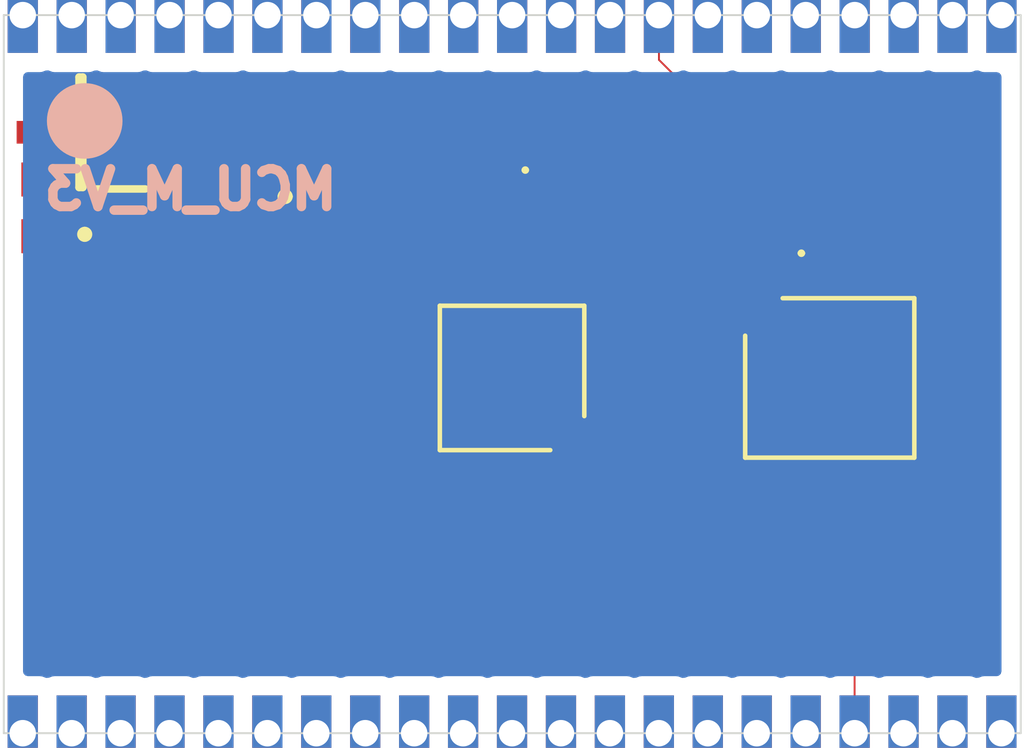
<source format=kicad_pcb>
(kicad_pcb (version 20211014) (generator pcbnew)
  (layers (0 "F.Cu" signal) (1 "In1.Cu" signal) (2 "In2.Cu" signal) (31 "B.Cu" signal) (34 "B.Paste" user) (35 "F.Paste" user) (36 "B.SilkS" user "B.Silkscreen") (37 "F.SilkS" user "F.Silkscreen") (38 "B.Mask" user) (39 "F.Mask" user) (44 "Edge.Cuts" user))
  (net 0 "")
  (net 1 "/+5")
  (net 2 "/+3.3")
  (net 3 "/M2_D6")
  (net 4 "/M2_D7")
  (net 5 "/M2_D8")
  (net 6 "/M2_D9")
  (net 7 "/M2_D10")
  (net 8 "/GND")
  (net 9 "/M4_D3")
  (net 10 "/M4_D4")
  (net 11 "/M4_D1")
  (net 12 "/M4_D2")
  (net 13 "/M1_D7")
  (net 14 "/M3_D1")
  (net 16 "/M3_D2")
  (net 17 "/M4_D6")
  (net 18 "/M1_D5")
  (net 19 "/M1_D6")
  (net 20 "/M1_D2")
  (net 21 "/M1_D1")
  (net 22 "/M1_D4")
  (net 23 "/M1_D3")
  (net 24 "/M4_D7")
  (net 25 "/M3_D7")
  (net 26 "/B1")
  (net 27 "/B2")
  (net 28 "/B3")
  (net 29 "/B5")
  (net 30 "/B4")
  (net 31 "/M2_D5")
  (net 32 "/M2_D4")
  (net 33 "/M2_D3")
  (net 34 "/M2_D2")
  (net 35 "/M2_D1")
  (net 36 "/P0_D1")
  (net 37 "/P0_D2")
  (net 38 "/P0_D3")
  (net 42 "Net-(C1-Pad1)")
  (net 44 "Net-(U1-PadB1)")
  (net 45 "Net-(U1-PadF4)")
  (net 46 "unconnected-(U1-PadB3)")
  (net 61 "/M4_D5")
  (net 71 "/VBAT")
  (net 84 "Net-(U2-PadB2)")
  (net 98 "Net-(U1-PadB10)")
  (net 99 "Net-(U1-PadB9)")
  (net 100 "Net-(U1-PadF9)")
  (net 101 "Net-(U1-PadF10)")
  (net 103 "/MCU_BOOT0")
  (net 104 "/MCU_RESET")
  (net 106 "/ULPI_D7")
  (net 107 "/ULPI_DIR")
  (net 108 "/ULPI_XI")
  (net 109 "/ULPI_NXT")
  (net 110 "/ULPI_STP")
  (net 111 "/ULPI_D1")
  (net 112 "/ULPI_CLK")
  (net 113 "/ULPI_D3")
  (net 114 "/ULPI_D2")
  (net 115 "/ULPI_D0")
  (net 116 "/ULPI_D6")
  (net 117 "/ULPI_D5")
  (net 118 "/ULPI_D4")
  (net 119 "/SW_CLK")
  (net 120 "/SW_IO")
  (footprint "SamacSys_Parts:CAPC1005X55N" (layer "F.Cu") (at 195.9 99.7)
    (fp_text reference "C102" hide)
    (fp_text value "GMD155R71C104KA11D" hide)
    (pad "1" smd rect (at -0.46 0 90) (size 0.62 0.62) (layers "F.Cu" "F.Paste" "F.Mask") (net 8 "/GND"))
    (pad "2" smd rect (at 0.46 0 90) (size 0.62 0.62) (layers "F.Cu" "F.Paste" "F.Mask") (net 2 "/+3.3"))
  )
  (footprint "SamacSys_Parts:CAPC1005X55N" (layer "F.Cu") (at 187.4 88 180)
    (fp_text reference "C15" hide)
    (fp_text value "GCQ1555C1H180FB01D" hide)
    (pad "1" smd rect (at -0.46 0 180) (size 0.6 0.62) (layers "F.Cu" "F.Paste" "F.Mask") (net 99 "Net-(U1-PadB9)"))
    (pad "2" smd rect (at 0.46 0 180) (size 0.6 0.62) (layers "F.Cu" "F.Paste" "F.Mask") (net 8 "/GND"))
  )
  (footprint "Package_CSP:ST_WLCSP-90_Die413" (layer "F.Cu") (at 192.3 95.2)
    (fp_text reference "U1" hide)
    (fp_text value "STM32F405OGYx" hide)
    (fp_line (start -1.24425 -2.1095) (end 2.2365 -2.1095) (layer "F.SilkS") (width 0.12))
    (fp_line (start -2.2365 2.1095) (end -2.2365 -1.11725) (layer "F.SilkS") (width 0.12))
    (fp_line (start 2.2365 -2.1095) (end 2.2365 2.1095) (layer "F.SilkS") (width 0.12))
    (fp_line (start 2.2365 2.1095) (end -2.2365 2.1095) (layer "F.SilkS") (width 0.12))
    (pad "A1" smd circle (at -1.8 -1.6) (size 0.22 0.22) (layers "F.Cu" "F.Paste" "F.Mask") (net 2 "/+3.3"))
    (pad "A2" smd circle (at -1.4 -1.6) (size 0.22 0.22) (layers "F.Cu" "F.Paste" "F.Mask") (net 119 "/SW_CLK"))
    (pad "A3" smd circle (at -1 -1.6) (size 0.22 0.22) (layers "F.Cu" "F.Paste" "F.Mask"))
    (pad "A4" smd circle (at -0.6 -1.6) (size 0.22 0.22) (layers "F.Cu" "F.Paste" "F.Mask"))
    (pad "A5" smd circle (at -0.2 -1.6) (size 0.22 0.22) (layers "F.Cu" "F.Paste" "F.Mask"))
    (pad "A6" smd circle (at 0.2 -1.6) (size 0.22 0.22) (layers "F.Cu" "F.Paste" "F.Mask") (net 29 "/B5"))
    (pad "A7" smd circle (at 0.6 -1.6) (size 0.22 0.22) (layers "F.Cu" "F.Paste" "F.Mask") (net 103 "/MCU_BOOT0"))
    (pad "A8" smd circle (at 1 -1.6) (size 0.22 0.22) (layers "F.Cu" "F.Paste" "F.Mask") (net 2 "/+3.3"))
    (pad "A9" smd circle (at 1.4 -1.6) (size 0.22 0.22) (layers "F.Cu" "F.Paste" "F.Mask"))
    (pad "A10" smd circle (at 1.8 -1.6) (size 0.22 0.22) (layers "F.Cu" "F.Paste" "F.Mask") (net 71 "/VBAT"))
    (pad "B1" smd circle (at -1.8 -1.2) (size 0.22 0.22) (layers "F.Cu" "F.Paste" "F.Mask") (net 44 "Net-(U1-PadB1)"))
    (pad "B2" smd circle (at -1.4 -1.2) (size 0.22 0.22) (layers "F.Cu" "F.Paste" "F.Mask"))
    (pad "B3" smd circle (at -1 -1.2) (size 0.22 0.22) (layers "F.Cu" "F.Paste" "F.Mask") (net 46 "unconnected-(U1-PadB3)"))
    (pad "B4" smd circle (at -0.6 -1.2) (size 0.22 0.22) (layers "F.Cu" "F.Paste" "F.Mask"))
    (pad "B5" smd circle (at -0.2 -1.2) (size 0.22 0.22) (layers "F.Cu" "F.Paste" "F.Mask"))
    (pad "B6" smd circle (at 0.2 -1.2) (size 0.22 0.22) (layers "F.Cu" "F.Paste" "F.Mask") (net 28 "/B3"))
    (pad "B7" smd circle (at 0.6 -1.2) (size 0.22 0.22) (layers "F.Cu" "F.Paste" "F.Mask") (net 27 "/B2"))
    (pad "B8" smd circle (at 1 -1.2) (size 0.22 0.22) (layers "F.Cu" "F.Paste" "F.Mask") (net 2 "/+3.3"))
    (pad "B9" smd circle (at 1.4 -1.2) (size 0.22 0.22) (layers "F.Cu" "F.Paste" "F.Mask") (net 99 "Net-(U1-PadB9)"))
    (pad "B10" smd circle (at 1.8 -1.2) (size 0.22 0.22) (layers "F.Cu" "F.Paste" "F.Mask") (net 98 "Net-(U1-PadB10)"))
    (pad "C1" smd circle (at -1.8 -0.8) (size 0.22 0.22) (layers "F.Cu" "F.Paste" "F.Mask") (net 21 "/M1_D1"))
    (pad "C2" smd circle (at -1.4 -0.8) (size 0.22 0.22) (layers "F.Cu" "F.Paste" "F.Mask") (net 20 "/M1_D2"))
    (pad "C3" smd circle (at -1 -0.8) (size 0.22 0.22) (layers "F.Cu" "F.Paste" "F.Mask"))
    (pad "C4" smd circle (at -0.6 -0.8) (size 0.22 0.22) (layers "F.Cu" "F.Paste" "F.Mask"))
    (pad "C5" smd circle (at -0.2 -0.8) (size 0.22 0.22) (layers "F.Cu" "F.Paste" "F.Mask"))
    (pad "C6" smd circle (at 0.2 -0.8) (size 0.22 0.22) (layers "F.Cu" "F.Paste" "F.Mask"))
    (pad "C7" smd circle (at 0.6 -0.8) (size 0.22 0.22) (layers "F.Cu" "F.Paste" "F.Mask") (net 26 "/B1"))
    (pad "C8" smd circle (at 1 -0.8) (size 0.22 0.22) (layers "F.Cu" "F.Paste" "F.Mask") (net 36 "/P0_D1"))
    (pad "C9" smd circle (at 1.4 -0.8) (size 0.22 0.22) (layers "F.Cu" "F.Paste" "F.Mask") (net 8 "/GND"))
    (pad "C10" smd circle (at 1.8 -0.8) (size 0.22 0.22) (layers "F.Cu" "F.Paste" "F.Mask"))
    (pad "D1" smd circle (at -1.8 -0.4) (size 0.22 0.22) (layers "F.Cu" "F.Paste" "F.Mask"))
    (pad "D2" smd circle (at -1.4 -0.4) (size 0.22 0.22) (layers "F.Cu" "F.Paste" "F.Mask") (net 11 "/M4_D1"))
    (pad "D3" smd circle (at -1 -0.4) (size 0.22 0.22) (layers "F.Cu" "F.Paste" "F.Mask") (net 12 "/M4_D2"))
    (pad "D4" smd circle (at -0.6 -0.4) (size 0.22 0.22) (layers "F.Cu" "F.Paste" "F.Mask") (net 120 "/SW_IO"))
    (pad "D5" smd circle (at -0.2 -0.4) (size 0.22 0.22) (layers "F.Cu" "F.Paste" "F.Mask"))
    (pad "D6" smd circle (at 0.2 -0.4) (size 0.22 0.22) (layers "F.Cu" "F.Paste" "F.Mask"))
    (pad "D7" smd circle (at 0.6 -0.4) (size 0.22 0.22) (layers "F.Cu" "F.Paste" "F.Mask") (net 106 "/ULPI_D7"))
    (pad "D8" smd circle (at 1 -0.4) (size 0.22 0.22) (layers "F.Cu" "F.Paste" "F.Mask") (net 37 "/P0_D2"))
    (pad "D9" smd circle (at 1.4 -0.4) (size 0.22 0.22) (layers "F.Cu" "F.Paste" "F.Mask") (net 8 "/GND"))
    (pad "D10" smd circle (at 1.8 -0.4) (size 0.22 0.22) (layers "F.Cu" "F.Paste" "F.Mask") (net 107 "/ULPI_DIR"))
    (pad "E1" smd circle (at -1.8 0) (size 0.22 0.22) (layers "F.Cu" "F.Paste" "F.Mask"))
    (pad "E2" smd circle (at -1.4 0) (size 0.22 0.22) (layers "F.Cu" "F.Paste" "F.Mask"))
    (pad "E3" smd circle (at -1 0) (size 0.22 0.22) (layers "F.Cu" "F.Paste" "F.Mask") (net 108 "/ULPI_XI"))
    (pad "E4" smd circle (at -0.6 0) (size 0.22 0.22) (layers "F.Cu" "F.Paste" "F.Mask") (net 2 "/+3.3"))
    (pad "E5" smd circle (at -0.2 0) (size 0.22 0.22) (layers "F.Cu" "F.Paste" "F.Mask") (net 8 "/GND"))
    (pad "E6" smd circle (at 0.2 0) (size 0.22 0.22) (layers "F.Cu" "F.Paste" "F.Mask") (net 2 "/+3.3"))
    (pad "E7" smd circle (at 0.6 0) (size 0.22 0.22) (layers "F.Cu" "F.Paste" "F.Mask") (net 8 "/GND"))
    (pad "E8" smd circle (at 1 0) (size 0.22 0.22) (layers "F.Cu" "F.Paste" "F.Mask") (net 8 "/GND"))
    (pad "E9" smd circle (at 1.4 0) (size 0.22 0.22) (layers "F.Cu" "F.Paste" "F.Mask") (net 109 "/ULPI_NXT"))
    (pad "E10" smd circle (at 1.8 0) (size 0.22 0.22) (layers "F.Cu" "F.Paste" "F.Mask") (net 110 "/ULPI_STP"))
    (pad "F1" smd circle (at -1.8 0.4) (size 0.22 0.22) (layers "F.Cu" "F.Paste" "F.Mask"))
    (pad "F2" smd circle (at -1.4 0.4) (size 0.22 0.22) (layers "F.Cu" "F.Paste" "F.Mask"))
    (pad "F3" smd circle (at -1 0.4) (size 0.22 0.22) (layers "F.Cu" "F.Paste" "F.Mask"))
    (pad "F4" smd circle (at -0.6 0.4) (size 0.22 0.22) (layers "F.Cu" "F.Paste" "F.Mask") (net 45 "Net-(U1-PadF4)"))
    (pad "F5" smd circle (at -0.2 0.4) (size 0.22 0.22) (layers "F.Cu" "F.Paste" "F.Mask"))
    (pad "F6" smd circle (at 0.2 0.4) (size 0.22 0.22) (layers "F.Cu" "F.Paste" "F.Mask"))
    (pad "F7" smd circle (at 0.6 0.4) (size 0.22 0.22) (layers "F.Cu" "F.Paste" "F.Mask") (net 2 "/+3.3"))
    (pad "F8" smd circle (at 1 0.4) (size 0.22 0.22) (layers "F.Cu" "F.Paste" "F.Mask"))
    (pad "F9" smd circle (at 1.4 0.4) (size 0.22 0.22) (layers "F.Cu" "F.Paste" "F.Mask") (net 100 "Net-(U1-PadF9)"))
    (pad "F10" smd circle (at 1.8 0.4) (size 0.22 0.22) (layers "F.Cu" "F.Paste" "F.Mask") (net 101 "Net-(U1-PadF10)"))
    (pad "G1" smd circle (at -1.8 0.8) (size 0.22 0.22) (layers "F.Cu" "F.Paste" "F.Mask"))
    (pad "G2" smd circle (at -1.4 0.8) (size 0.22 0.22) (layers "F.Cu" "F.Paste" "F.Mask"))
    (pad "G3" smd circle (at -1 0.8) (size 0.22 0.22) (layers "F.Cu" "F.Paste" "F.Mask"))
    (pad "G4" smd circle (at -0.6 0.8) (size 0.22 0.22) (layers "F.Cu" "F.Paste" "F.Mask"))
    (pad "G5" smd circle (at -0.2 0.8) (size 0.22 0.22) (layers "F.Cu" "F.Paste" "F.Mask"))
    (pad "G6" smd circle (at 0.2 0.8) (size 0.22 0.22) (layers "F.Cu" "F.Paste" "F.Mask"))
    (pad "G7" smd circle (at 0.6 0.8) (size 0.22 0.22) (layers "F.Cu" "F.Paste" "F.Mask") (net 111 "/ULPI_D1"))
    (pad "G8" smd circle (at 1 0.8) (size 0.22 0.22) (layers "F.Cu" "F.Paste" "F.Mask") (net 112 "/ULPI_CLK"))
    (pad "G9" smd circle (at 1.4 0.8) (size 0.22 0.22) (layers "F.Cu" "F.Paste" "F.Mask") (net 2 "/+3.3"))
    (pad "G10" smd circle (at 1.8 0.8) (size 0.22 0.22) (layers "F.Cu" "F.Paste" "F.Mask") (net 104 "/MCU_RESET"))
    (pad "H1" smd circle (at -1.8 1.2) (size 0.22 0.22) (layers "F.Cu" "F.Paste" "F.Mask"))
    (pad "H2" smd circle (at -1.4 1.2) (size 0.22 0.22) (layers "F.Cu" "F.Paste" "F.Mask"))
    (pad "H3" smd circle (at -1 1.2) (size 0.22 0.22) (layers "F.Cu" "F.Paste" "F.Mask"))
    (pad "H4" smd circle (at -0.6 1.2) (size 0.22 0.22) (layers "F.Cu" "F.Paste" "F.Mask") (net 113 "/ULPI_D3"))
    (pad "H5" smd circle (at -0.2 1.2) (size 0.22 0.22) (layers "F.Cu" "F.Paste" "F.Mask"))
    (pad "H6" smd circle (at 0.2 1.2) (size 0.22 0.22) (layers "F.Cu" "F.Paste" "F.Mask"))
    (pad "H7" smd circle (at 0.6 1.2) (size 0.22 0.22) (layers "F.Cu" "F.Paste" "F.Mask") (net 114 "/ULPI_D2"))
    (pad "H8" smd circle (at 1 1.2) (size 0.22 0.22) (layers "F.Cu" "F.Paste" "F.Mask"))
    (pad "H9" smd circle (at 1.4 1.2) (size 0.22 0.22) (layers "F.Cu" "F.Paste" "F.Mask") (net 115 "/ULPI_D0"))
    (pad "H10" smd circle (at 1.8 1.2) (size 0.22 0.22) (layers "F.Cu" "F.Paste" "F.Mask") (net 8 "/GND"))
    (pad "J1" smd circle (at -1.8 1.6) (size 0.22 0.22) (layers "F.Cu" "F.Paste" "F.Mask") (net 116 "/ULPI_D6"))
    (pad "J2" smd circle (at -1.4 1.6) (size 0.22 0.22) (layers "F.Cu" "F.Paste" "F.Mask"))
    (pad "J3" smd circle (at -1 1.6) (size 0.22 0.22) (layers "F.Cu" "F.Paste" "F.Mask") (net 117 "/ULPI_D5"))
    (pad "J4" smd circle (at -0.6 1.6) (size 0.22 0.22) (layers "F.Cu" "F.Paste" "F.Mask") (net 118 "/ULPI_D4"))
    (pad "J5" smd circle (at -0.2 1.6) (size 0.22 0.22) (layers "F.Cu" "F.Paste" "F.Mask"))
    (pad "J6" smd circle (at 0.2 1.6) (size 0.22 0.22) (layers "F.Cu" "F.Paste" "F.Mask"))
    (pad "J7" smd circle (at 0.6 1.6) (size 0.22 0.22) (layers "F.Cu" "F.Paste" "F.Mask") (net 8 "/GND"))
    (pad "J8" smd circle (at 1 1.6) (size 0.22 0.22) (layers "F.Cu" "F.Paste" "F.Mask"))
    (pad "J9" smd circle (at 1.4 1.6) (size 0.22 0.22) (layers "F.Cu" "F.Paste" "F.Mask"))
    (pad "J10" smd circle (at 1.8 1.6) (size 0.22 0.22) (layers "F.Cu" "F.Paste" "F.Mask"))
  )
  (footprint "SamacSys_Parts:RESC1608X55N" (layer "F.Cu") (at 175.3 88.7 90)
    (fp_text reference "R3" hide)
    (fp_text value "CPF0603F100KC1" hide)
    (pad "1" smd rect (at -0.75 0 90) (size 0.9 0.95) (layers "F.Cu" "F.Paste" "F.Mask") (net 42 "Net-(C1-Pad1)"))
    (pad "2" smd rect (at 0.75 0 90) (size 0.9 0.95) (layers "F.Cu" "F.Paste" "F.Mask") (net 8 "/GND"))
  )
  (footprint "Package_BGA:ST_uTFBGA-36_3.6x3.6mm_Layout6x6_P0.5mm" (layer "F.Cu") (at 183.9 95.2 180)
    (fp_text reference "U2" hide)
    (fp_text value "STULPI01B" hide)
    (fp_line (start 1.91 -1.91) (end 1.91 1.91) (layer "F.SilkS") (width 0.12))
    (fp_line (start 1.91 1.91) (end -1.91 1.91) (layer "F.SilkS") (width 0.12))
    (fp_line (start -1.01 -1.91) (end 1.91 -1.91) (layer "F.SilkS") (width 0.12))
    (fp_line (start -1.91 1.91) (end -1.91 -1.01) (layer "F.SilkS") (width 0.12))
    (pad "A1" smd circle (at -1.25 -1.25 180) (size 0.25 0.25) (layers "F.Cu" "F.Paste" "F.Mask") (net 111 "/ULPI_D1"))
    (pad "A2" smd circle (at -0.75 -1.25 180) (size 0.25 0.25) (layers "F.Cu" "F.Paste" "F.Mask") (net 114 "/ULPI_D2"))
    (pad "A3" smd circle (at -0.25 -1.25 180) (size 0.25 0.25) (layers "F.Cu" "F.Paste" "F.Mask") (net 113 "/ULPI_D3"))
    (pad "A4" smd circle (at 0.25 -1.25 180) (size 0.25 0.25) (layers "F.Cu" "F.Paste" "F.Mask") (net 112 "/ULPI_CLK"))
    (pad "A5" smd circle (at 0.75 -1.25 180) (size 0.25 0.25) (layers "F.Cu" "F.Paste" "F.Mask") (net 118 "/ULPI_D4"))
    (pad "A6" smd circle (at 1.25 -1.25 180) (size 0.25 0.25) (layers "F.Cu" "F.Paste" "F.Mask") (net 117 "/ULPI_D5"))
    (pad "B1" smd circle (at -1.25 -0.75 180) (size 0.25 0.25) (layers "F.Cu" "F.Paste" "F.Mask") (net 115 "/ULPI_D0"))
    (pad "B2" smd circle (at -0.75 -0.75 180) (size 0.25 0.25) (layers "F.Cu" "F.Paste" "F.Mask") (net 84 "Net-(U2-PadB2)"))
    (pad "B3" smd circle (at -0.25 -0.75 180) (size 0.25 0.25) (layers "F.Cu" "F.Paste" "F.Mask") (net 84 "Net-(U2-PadB2)"))
    (pad "B4" smd circle (at 0.25 -0.75 180) (size 0.25 0.25) (layers "F.Cu" "F.Paste" "F.Mask") (net 8 "/GND"))
    (pad "B5" smd circle (at 0.75 -0.75 180) (size 0.25 0.25) (layers "F.Cu" "F.Paste" "F.Mask") (net 84 "Net-(U2-PadB2)"))
    (pad "B6" smd circle (at 1.25 -0.75 180) (size 0.25 0.25) (layers "F.Cu" "F.Paste" "F.Mask") (net 116 "/ULPI_D6"))
    (pad "C1" smd circle (at -1.25 -0.25 180) (size 0.25 0.25) (layers "F.Cu" "F.Paste" "F.Mask"))
    (pad "C2" smd circle (at -0.75 -0.25 180) (size 0.25 0.25) (layers "F.Cu" "F.Paste" "F.Mask"))
    (pad "C3" smd circle (at -0.25 -0.25 180) (size 0.25 0.25) (layers "F.Cu" "F.Paste" "F.Mask") (net 8 "/GND"))
    (pad "C4" smd circle (at 0.25 -0.25 180) (size 0.25 0.25) (layers "F.Cu" "F.Paste" "F.Mask") (net 2 "/+3.3"))
    (pad "C5" smd circle (at 0.75 -0.25 180) (size 0.25 0.25) (layers "F.Cu" "F.Paste" "F.Mask") (net 8 "/GND"))
    (pad "C6" smd circle (at 1.25 -0.25 180) (size 0.25 0.25) (layers "F.Cu" "F.Paste" "F.Mask") (net 106 "/ULPI_D7"))
    (pad "D1" smd circle (at -1.25 0.25 180) (size 0.25 0.25) (layers "F.Cu" "F.Paste" "F.Mask"))
    (pad "D2" smd circle (at -0.75 0.25 180) (size 0.25 0.25) (layers "F.Cu" "F.Paste" "F.Mask") (net 8 "/GND"))
    (pad "D3" smd circle (at -0.25 0.25 180) (size 0.25 0.25) (layers "F.Cu" "F.Paste" "F.Mask"))
    (pad "D4" smd circle (at 0.25 0.25 180) (size 0.25 0.25) (layers "F.Cu" "F.Paste" "F.Mask"))
    (pad "D5" smd circle (at 0.75 0.25 180) (size 0.25 0.25) (layers "F.Cu" "F.Paste" "F.Mask") (net 109 "/ULPI_NXT"))
    (pad "D6" smd circle (at 1.25 0.25 180) (size 0.25 0.25) (layers "F.Cu" "F.Paste" "F.Mask") (net 110 "/ULPI_STP"))
    (pad "E1" smd circle (at -1.25 0.75 180) (size 0.25 0.25) (layers "F.Cu" "F.Paste" "F.Mask") (net 8 "/GND"))
    (pad "E2" smd circle (at -0.75 0.75 180) (size 0.25 0.25) (layers "F.Cu" "F.Paste" "F.Mask"))
    (pad "E3" smd circle (at -0.25 0.75 180) (size 0.25 0.25) (layers "F.Cu" "F.Paste" "F.Mask"))
    (pad "E4" smd circle (at 0.25 0.75 180) (size 0.25 0.25) (layers "F.Cu" "F.Paste" "F.Mask") (net 8 "/GND"))
    (pad "E5" smd circle (at 0.75 0.75 180) (size 0.25 0.25) (layers "F.Cu" "F.Paste" "F.Mask") (net 107 "/ULPI_DIR"))
    (pad "E6" smd circle (at 1.25 0.75 180) (size 0.25 0.25) (layers "F.Cu" "F.Paste" "F.Mask"))
    (pad "F1" smd circle (at -1.25 1.25 180) (size 0.25 0.25) (layers "F.Cu" "F.Paste" "F.Mask"))
    (pad "F2" smd circle (at -0.75 1.25 180) (size 0.25 0.25) (layers "F.Cu" "F.Paste" "F.Mask"))
    (pad "F3" smd circle (at -0.25 1.25 180) (size 0.25 0.25) (layers "F.Cu" "F.Paste" "F.Mask"))
    (pad "F4" smd circle (at 0.25 1.25 180) (size 0.25 0.25) (layers "F.Cu" "F.Paste" "F.Mask"))
    (pad "F5" smd circle (at 0.75 1.25 180) (size 0.25 0.25) (layers "F.Cu" "F.Paste" "F.Mask") (net 108 "/ULPI_XI"))
    (pad "F6" smd circle (at 1.25 1.25 180) (size 0.25 0.25) (layers "F.Cu" "F.Paste" "F.Mask"))
  )
  (footprint "SamacSys_Parts:CAPC1005X55N" (layer "F.Cu") (at 190.2 89.9 -90)
    (fp_text reference "C12" hide)
    (fp_text value "GCQ1555C1H8R0BB01D" hide)
    (pad "1" smd rect (at -0.46 0 270) (size 0.6 0.62) (layers "F.Cu" "F.Paste" "F.Mask") (net 8 "/GND"))
    (pad "2" smd rect (at 0.46 0 270) (size 0.6 0.62) (layers "F.Cu" "F.Paste" "F.Mask") (net 100 "Net-(U1-PadF9)"))
  )
  (footprint "SamacSys_Parts:1SS417CTL3F" (layer "F.Cu") (at 178 89.4 90)
    (fp_text reference "D2" hide)
    (fp_text value "1SS417CT,L3F" hide)
    (fp_line (start -1 0) (end -1 0) (layer "F.SilkS") (width 0.2))
    (fp_line (start -1 -0.2) (end -1 -0.2) (layer "F.SilkS") (width 0.2))
    (fp_arc (start -1 0) (mid -1.1 -0.1) (end -1 -0.2) (layer "F.SilkS") (width 0.2))
    (fp_arc (start -1 -0.2) (mid -0.9 -0.1) (end -1 0) (layer "F.SilkS") (width 0.2))
    (pad "1" smd rect (at -0.325 0 90) (size 0.25 0.5) (layers "F.Cu" "F.Paste" "F.Mask") (net 103 "/MCU_BOOT0"))
    (pad "2" smd rect (at 0.325 0 90) (size 0.25 0.5) (layers "F.Cu" "F.Paste" "F.Mask") (net 8 "/GND"))
  )
  (footprint "SamacSys_Parts:CAPC1005X55N" (layer "F.Cu") (at 185.5 88 180)
    (fp_text reference "C14" hide)
    (fp_text value "GCQ1555C1H180FB01D" hide)
    (pad "1" smd rect (at -0.46 0 180) (size 0.6 0.62) (layers "F.Cu" "F.Paste" "F.Mask") (net 8 "/GND"))
    (pad "2" smd rect (at 0.46 0 180) (size 0.6 0.62) (layers "F.Cu" "F.Paste" "F.Mask") (net 98 "Net-(U1-PadB10)"))
  )
  (footprint "SamacSys_Parts:RESC1608X55N" (layer "F.Cu") (at 171.4 90.7 -90)
    (fp_text reference "R2" hide)
    (fp_text value "MCT06030C1002FP500" hide)
    (pad "1" smd rect (at -0.75 0 270) (size 0.9 0.95) (layers "F.Cu" "F.Paste" "F.Mask") (net 104 "/MCU_RESET"))
    (pad "2" smd rect (at 0.75 0 270) (size 0.9 0.95) (layers "F.Cu" "F.Paste" "F.Mask") (net 2 "/+3.3"))
  )
  (footprint "SamacSys_Parts:RESC1608X55N" (layer "F.Cu") (at 176.8 88.7 90)
    (fp_text reference "R1" hide)
    (fp_text value "MCT0603MC1001FP500" hide)
    (pad "1" smd rect (at -0.75 0 90) (size 0.9 0.95) (layers "F.Cu" "F.Paste" "F.Mask") (net 103 "/MCU_BOOT0"))
    (pad "2" smd rect (at 0.75 0 90) (size 0.9 0.95) (layers "F.Cu" "F.Paste" "F.Mask") (net 61 "/M4_D5"))
  )
  (footprint "SamacSys_Parts:CAPC1005X55N" (layer "F.Cu") (at 195.1 89.8 -90)
    (fp_text reference "C13" hide)
    (fp_text value "GCQ1555C1H8R0BB01D" hide)
    (pad "1" smd rect (at -0.46 0 270) (size 0.6 0.62) (layers "F.Cu" "F.Paste" "F.Mask") (net 101 "Net-(U1-PadF10)"))
    (pad "2" smd rect (at 0.46 0 270) (size 0.6 0.62) (layers "F.Cu" "F.Paste" "F.Mask") (net 8 "/GND"))
  )
  (footprint "SamacSys_Parts:NX3225GA10000MSTDCRG2" (layer "F.Cu") (at 192.6 89.9)
    (fp_text reference "Y1" hide)
    (fp_text value "NX3225GA-10.000M-STD-CRG-2" hide)
    (fp_line (start -1.1 2) (end -1.1 2) (layer "F.SilkS") (width 0.1))
    (fp_line (start -1 2) (end -1 2) (layer "F.SilkS") (width 0.1))
    (fp_arc (start -1.1 2) (mid -1.05 1.95) (end -1 2) (layer "F.SilkS") (width 0.1))
    (fp_arc (start -1 2) (mid -1.05 2.05) (end -1.1 2) (layer "F.SilkS") (width 0.1))
    (pad "1" smd rect (at -1.1 0.8 90) (size 1.2 1.4) (layers "F.Cu" "F.Paste" "F.Mask") (net 100 "Net-(U1-PadF9)"))
    (pad "2" smd rect (at 1.1 0.8 90) (size 1.2 1.4) (layers "F.Cu" "F.Paste" "F.Mask") (net 8 "/GND"))
    (pad "3" smd rect (at 1.1 -0.8 90) (size 1.2 1.4) (layers "F.Cu" "F.Paste" "F.Mask") (net 101 "Net-(U1-PadF10)"))
    (pad "4" smd rect (at -1.1 -0.8 90) (size 1.2 1.4) (layers "F.Cu" "F.Paste" "F.Mask") (net 8 "/GND"))
  )
  (footprint "SamacSys_Parts:CAPC1005X55N" (layer "F.Cu") (at 195.7 100.6)
    (fp_text reference "C103" hide)
    (fp_text value "GMD155R71C104KA11D" hide)
    (pad "1" smd rect (at -0.46 0 90) (size 0.62 0.62) (layers "F.Cu" "F.Paste" "F.Mask") (net 8 "/GND"))
    (pad "2" smd rect (at 0.46 0 90) (size 0.62 0.62) (layers "F.Cu" "F.Paste" "F.Mask") (net 2 "/+3.3"))
  )
  (footprint "SamacSys_Parts:FX135A327" (layer "F.Cu") (at 186.6 89.7)
    (fp_text reference "Y3" hide)
    (fp_text value "FX135A-327" hide)
    (fp_line (start -2.4 0) (end -2.4 0) (layer "F.SilkS") (width 0.1))
    (fp_line (start -2.3 0) (end -2.3 0) (layer "F.SilkS") (width 0.1))
    (fp_arc (start -2.4 0) (mid -2.35 -0.05) (end -2.3 0) (layer "F.SilkS") (width 0.1))
    (fp_arc (start -2.3 0) (mid -2.35 0.05) (end -2.4 0) (layer "F.SilkS") (width 0.1))
    (pad "1" smd rect (at -1.25 0) (size 1.1 1.9) (layers "F.Cu" "F.Paste" "F.Mask") (net 98 "Net-(U1-PadB10)"))
    (pad "2" smd rect (at 1.25 0) (size 1.1 1.9) (layers "F.Cu" "F.Paste" "F.Mask") (net 99 "Net-(U1-PadB9)"))
  )
  (footprint "SamacSys_Parts:SOT95P237X112-3N" (layer "F.Cu") (at 172.5 88.7 180)
    (fp_text reference "Q1" hide)
    (fp_text value "IRLML6246TRPBF" hide)
    (fp_line (start -0.05 -1.46) (end 0.05 -1.46) (layer "F.SilkS") (width 0.2))
    (fp_line (start -1.7 -1.5) (end -0.4 -1.5) (layer "F.SilkS") (width 0.2))
    (fp_line (start 0.05 -1.46) (end 0.05 1.46) (layer "F.SilkS") (width 0.2))
    (fp_line (start 0.05 1.46) (end -0.05 1.46) (layer "F.SilkS") (width 0.2))
    (fp_line (start -0.05 1.46) (end -0.05 -1.46) (layer "F.SilkS") (width 0.2))
    (pad "1" smd rect (at -1.05 -0.95 270) (size 0.6 1.3) (layers "F.Cu" "F.Paste" "F.Mask") (net 42 "Net-(C1-Pad1)"))
    (pad "2" smd rect (at -1.05 0.95 270) (size 0.6 1.3) (layers "F.Cu" "F.Paste" "F.Mask") (net 8 "/GND"))
    (pad "3" smd rect (at 1.05 0 270) (size 0.6 1.3) (layers "F.Cu" "F.Paste" "F.Mask") (net 104 "/MCU_RESET"))
  )
  (footprint "SamacSys_Parts:CAPC1005X55N" (layer "F.Cu") (at 192.4 99.3 90)
    (fp_text reference "C101" hide)
    (fp_text value "GMD155R71C104KA11D" hide)
    (pad "1" smd rect (at -0.46 0 180) (size 0.62 0.62) (layers "F.Cu" "F.Paste" "F.Mask") (net 8 "/GND"))
    (pad "2" smd rect (at 0.46 0 180) (size 0.62 0.62) (layers "F.Cu" "F.Paste" "F.Mask") (net 2 "/+3.3"))
  )
  (footprint "SamacSys_Parts:1SS417CTL3F" (layer "F.Cu") (at 173.6 91.5)
    (fp_text reference "D1" hide)
    (fp_text value "1SS417CT,L3F" hide)
    (fp_line (start -1 -0.2) (end -1 -0.2) (layer "F.SilkS") (width 0.2))
    (fp_line (start -1 0) (end -1 0) (layer "F.SilkS") (width 0.2))
    (fp_arc (start -1 0) (mid -1.1 -0.1) (end -1 -0.2) (layer "F.SilkS") (width 0.2))
    (fp_arc (start -1 -0.2) (mid -0.9 -0.1) (end -1 0) (layer "F.SilkS") (width 0.2))
    (pad "1" smd rect (at -0.325 0) (size 0.25 0.5) (layers "F.Cu" "F.Paste" "F.Mask") (net 2 "/+3.3"))
    (pad "2" smd rect (at 0.325 0) (size 0.25 0.5) (layers "F.Cu" "F.Paste" "F.Mask") (net 103 "/MCU_BOOT0"))
  )
  (footprint "Kicad Libs:smart_cable_castellated_21p" (layer "F.Cu") (at 184.580968 104.4 180)
    (fp_text reference "H2" hide)
    (fp_text value "smart_cable_castellated_21P" hide)
    (pad "1" thru_hole rect locked (at 13.620083 -0.2 180) (size 0.8 1.4) (drill 0.7 (offset 0 0.3)) (layers *.Cu *.Mask) (net 20 "/M1_D2"))
    (pad "2" thru_hole rect locked (at 12.326359 -0.2 180) (size 0.8 1.4) (drill 0.7 (offset 0 0.3)) (layers *.Cu *.Mask) (net 21 "/M1_D1"))
    (pad "3" thru_hole rect locked (at 11.032585 -0.2 180) (size 0.8 1.4) (drill 0.7 (offset 0 0.3)) (layers *.Cu *.Mask) (net 22 "/M1_D4"))
    (pad "4" thru_hole rect locked (at 9.738861 -0.2 180) (size 0.8 1.4) (drill 0.7 (offset 0 0.3)) (layers *.Cu *.Mask) (net 23 "/M1_D3"))
    (pad "5" thru_hole rect locked (at 8.445087 -0.2 180) (size 0.8 1.4) (drill 0.7 (offset 0 0.3)) (layers *.Cu *.Mask) (net 24 "/M4_D7"))
    (pad "6" thru_hole rect locked (at 7.151363 -0.2 180) (size 0.8 1.4) (drill 0.7 (offset 0 0.3)) (layers *.Cu *.Mask) (net 25 "/M3_D7"))
    (pad "7" thru_hole rect locked (at 5.857589 -0.2 180) (size 0.8 1.4) (drill 0.7 (offset 0 0.3)) (layers *.Cu *.Mask) (net 26 "/B1"))
    (pad "8" thru_hole rect locked (at 4.563865 -0.2 180) (size 0.8 1.4) (drill 0.7 (offset 0 0.3)) (layers *.Cu *.Mask) (net 27 "/B2"))
    (pad "9" thru_hole rect locked (at 3.270091 -0.2 180) (size 0.8 1.4) (drill 0.7 (offset 0 0.3)) (layers *.Cu *.Mask) (net 28 "/B3"))
    (pad "10" thru_hole rect locked (at 1.976063 -0.2 180) (size 0.8 1.4) (drill 0.7 (offset 0 0.3)) (layers *.Cu *.Mask) (net 29 "/B5"))
    (pad "11" thru_hole rect locked (at 0.682034 -0.2 180) (size 0.8 1.4) (drill 0.7 (offset 0 0.3)) (layers *.Cu *.Mask) (net 30 "/B4"))
    (pad "12" thru_hole rect locked (at -0.611943 -0.2 180) (size 0.8 1.4) (drill 0.7 (offset 0 0.3)) (layers *.Cu *.Mask) (net 8 "/GND"))
    (pad "13" thru_hole rect locked (at -1.905972 -0.2 180) (size 0.8 1.4) (drill 0.7 (offset 0 0.3)) (layers *.Cu *.Mask) (net 31 "/M2_D5"))
    (pad "14" thru_hole rect locked (at -3.2 -0.2 180) (size 0.8 1.4) (drill 0.7 (offset 0 0.3)) (layers *.Cu *.Mask) (net 32 "/M2_D4"))
    (pad "15" thru_hole rect locked (at -4.494029 -0.2 180) (size 0.8 1.4) (drill 0.7 (offset 0 0.3)) (layers *.Cu *.Mask) (net 33 "/M2_D3"))
    (pad "16" thru_hole rect locked (at -5.788057 -0.2 180) (size 0.8 1.4) (drill 0.7 (offset 0 0.3)) (layers *.Cu *.Mask) (net 34 "/M2_D2"))
    (pad "17" thru_hole rect locked (at -7.082085 -0.2 180) (size 0.8 1.4) (drill 0.7 (offset 0 0.3)) (layers *.Cu *.Mask) (net 35 "/M2_D1"))
    (pad "18" thru_hole rect locked (at -8.376114 -0.2 180) (size 0.8 1.4) (drill 0.7 (offset 0 0.3)) (layers *.Cu *.Mask) (net 8 "/GND"))
    (pad "19" thru_hole rect locked (at -9.670091 -0.2 180) (size 0.8 1.4) (drill 0.7 (offset 0 0.3)) (layers *.Cu *.Mask) (net 36 "/P0_D1"))
    (pad "20" thru_hole rect locked (at -10.96412 -0.2 180) (size 0.8 1.4) (drill 0.7 (offset 0 0.3)) (layers *.Cu *.Mask) (net 37 "/P0_D2"))
    (pad "21" thru_hole rect locked (at -12.258148 -0.2 180) (size 0.8 1.4) (drill 0.7 (offset 0 0.3)) (layers *.Cu *.Mask) (net 38 "/P0_D3"))
  )
  (footprint "SamacSys_Parts:CAPC1608X95N" (layer "F.Cu") (at 176 91)
    (fp_text reference "C1" hide)
    (fp_text value "C0603C104K5RAC3121" hide)
    (pad "1" smd rect (at -0.7 0) (size 0.78 0.98) (layers "F.Cu" "F.Paste" "F.Mask") (net 42 "Net-(C1-Pad1)"))
    (pad "2" smd rect (at 0.7 0) (size 0.78 0.98) (layers "F.Cu" "F.Paste" "F.Mask") (net 103 "/MCU_BOOT0"))
  )
  (footprint "Kicad Libs:smart_cable_castellated_21p" (layer "F.Cu") (at 183.22 85.8)
    (fp_text reference "H1" hide)
    (fp_text value "smart_cable_castellated_21P" hide)
    (pad "1" thru_hole rect locked (at 13.620083 -0.2) (size 0.8 1.4) (drill 0.7 (offset 0 0.3)) (layers *.Cu *.Mask) (net 1 "/+5"))
    (pad "2" thru_hole rect locked (at 12.326359 -0.2) (size 0.8 1.4) (drill 0.7 (offset 0 0.3)) (layers *.Cu *.Mask) (net 2 "/+3.3"))
    (pad "3" thru_hole rect locked (at 11.032585 -0.2) (size 0.8 1.4) (drill 0.7 (offset 0 0.3)) (layers *.Cu *.Mask) (net 3 "/M2_D6"))
    (pad "4" thru_hole rect locked (at 9.738861 -0.2) (size 0.8 1.4) (drill 0.7 (offset 0 0.3)) (layers *.Cu *.Mask) (net 4 "/M2_D7"))
    (pad "5" thru_hole rect locked (at 8.445087 -0.2) (size 0.8 1.4) (drill 0.7 (offset 0 0.3)) (layers *.Cu *.Mask) (net 5 "/M2_D8"))
    (pad "6" thru_hole rect locked (at 7.151363 -0.2) (size 0.8 1.4) (drill 0.7 (offset 0 0.3)) (layers *.Cu *.Mask) (net 6 "/M2_D9"))
    (pad "7" thru_hole rect locked (at 5.857589 -0.2) (size 0.8 1.4) (drill 0.7 (offset 0 0.3)) (layers *.Cu *.Mask) (net 7 "/M2_D10"))
    (pad "8" thru_hole rect locked (at 4.563865 -0.2) (size 0.8 1.4) (drill 0.7 (offset 0 0.3)) (layers *.Cu *.Mask) (net 8 "/GND"))
    (pad "9" thru_hole rect locked (at 3.270091 -0.2) (size 0.8 1.4) (drill 0.7 (offset 0 0.3)) (layers *.Cu *.Mask) (net 9 "/M4_D3"))
    (pad "10" thru_hole rect locked (at 1.976063 -0.2) (size 0.8 1.4) (drill 0.7 (offset 0 0.3)) (layers *.Cu *.Mask) (net 10 "/M4_D4"))
    (pad "11" thru_hole rect locked (at 0.682034 -0.2) (size 0.8 1.4) (drill 0.7 (offset 0 0.3)) (layers *.Cu *.Mask) (net 11 "/M4_D1"))
    (pad "12" thru_hole rect locked (at -0.611943 -0.2) (size 0.8 1.4) (drill 0.7 (offset 0 0.3)) (layers *.Cu *.Mask) (net 12 "/M4_D2"))
    (pad "13" thru_hole rect locked (at -1.905972 -0.2) (size 0.8 1.4) (drill 0.7 (offset 0 0.3)) (layers *.Cu *.Mask) (net 13 "/M1_D7"))
    (pad "14" thru_hole rect locked (at -3.2 -0.2) (size 0.8 1.4) (drill 0.7 (offset 0 0.3)) (layers *.Cu *.Mask) (net 8 "/GND"))
    (pad "15" thru_hole rect locked (at -4.494029 -0.2) (size 0.8 1.4) (drill 0.7 (offset 0 0.3)) (layers *.Cu *.Mask))
    (pad "16" thru_hole rect locked (at -5.788057 -0.2) (size 0.8 1.4) (drill 0.7 (offset 0 0.3)) (layers *.Cu *.Mask) (net 14 "/M3_D1"))
    (pad "17" thru_hole rect locked (at -7.082085 -0.2) (size 0.8 1.4) (drill 0.7 (offset 0 0.3)) (layers *.Cu *.Mask) (net 16 "/M3_D2"))
    (pad "18" thru_hole rect locked (at -8.376114 -0.2) (size 0.8 1.4) (drill 0.7 (offset 0 0.3)) (layers *.Cu *.Mask) (net 61 "/M4_D5"))
    (pad "19" thru_hole rect locked (at -9.670091 -0.2) (size 0.8 1.4) (drill 0.7 (offset 0 0.3)) (layers *.Cu *.Mask) (net 17 "/M4_D6"))
    (pad "20" thru_hole rect locked (at -10.96412 -0.2) (size 0.8 1.4) (drill 0.7 (offset 0 0.3)) (layers *.Cu *.Mask) (net 18 "/M1_D5"))
    (pad "21" thru_hole rect locked (at -12.258148 -0.2) (size 0.8 1.4) (drill 0.7 (offset 0 0.3)) (layers *.Cu *.Mask) (net 19 "/M1_D6"))
  )
  (footprint "SamacSys_Parts:CAPC1005X55N" (layer "F.Cu") (at 190 98.6 180)
    (fp_text reference "C11" hide)
    (fp_text value "GRM155Z71A225KE44D" hide)
    (pad "1" smd rect (at -0.46 0 180) (size 0.6 0.62) (layers "F.Cu" "F.Paste" "F.Mask") (net 45 "Net-(U1-PadF4)"))
    (pad "2" smd rect (at 0.46 0 180) (size 0.6 0.62) (layers "F.Cu" "F.Paste" "F.Mask") (net 44 "Net-(U1-PadB1)"))
  )
  (gr_circle locked (center 172.6 88.4) (end 173.1 88.4) (layer "B.SilkS") (width 1) (fill none))
  (gr_line locked (start 170.46 85.6) (end 197.35 85.6) (layer "Edge.Cuts") (width 0.05))
  (gr_line locked (start 197.35 104.6) (end 170.46 104.6) (layer "Edge.Cuts") (width 0.05))
  (gr_line locked (start 197.35 85.6) (end 197.35 104.6) (layer "Edge.Cuts") (width 0.05))
  (gr_line locked (start 170.46 104.6) (end 170.46 85.6) (layer "Edge.Cuts") (width 0.05))
  (gr_text "MCU_M_V3" (at 179.4 90.8) (layer "B.SilkS") (effects (font (size 1 1) (thickness 0.25)) (justify left bottom mirror)))
  (segment (start 191.7 95.2) (end 191.875 95.375) (width 0.05) (layer "F.Cu") (net 2))
  (segment (start 193.475 95.775) (end 193.7 96) (width 0.05) (layer "F.Cu") (net 2))
  (segment (start 191.5 95) (end 190.29 95) (width 0.05) (layer "F.Cu") (net 2))
  (segment (start 172.9 92.17) (end 172.12 92.17) (width 0.2) (layer "F.Cu") (net 2))
  (segment (start 188.1 92) (end 188.52 92.42) (width 0.2) (layer "F.Cu") (net 2))
  (segment (start 192.67 95.37) (end 192.9 95.6) (width 0.05) (layer "F.Cu") (net 2))
  (segment (start 192.5 95.2) (end 192.67 95.37) (width 0.05) (layer "F.Cu") (net 2))
  (segment (start 191.7 95.2) (end 191.5 95) (width 0.05) (layer "F.Cu") (net 2))
  (segment (start 173.275 91.5) (end 173.275 91.795) (width 0.2) (layer "F.Cu") (net 2))
  (segment (start 173.325 92) (end 188.1 92) (width 0.2) (layer "F.Cu") (net 2))
  (segment (start 190.5 93.6) (end 189.37 92.47) (width 0.1) (layer "F.Cu") (net 2))
  (segment (start 173.275 91.95) (end 173.325 92) (width 0.2) (layer "F.Cu") (net 2))
  (segment (start 190.29 95) (end 188.52 93.23) (width 0.05) (layer "F.Cu") (net 2))
  (segment (start 188.52 92.45) (end 189.37 92.45) (width 0.2) (layer "F.Cu") (net 2))
  (segment (start 192.665 95.375) (end 192.67 95.37) (width 0.05) (layer "F.Cu") (net 2))
  (segment (start 189.37 92.47) (end 189.37 92.45) (width 0.1) (layer "F.Cu") (net 2))
  (segment (start 173.275 91.5) (end 173.275 91.95) (width 0.2) (layer "F.Cu") (net 2))
  (segment (start 172.12 92.17) (end 171.4 91.45) (width 0.2) (layer "F.Cu") (net 2))
  (segment (start 173.275 91.795) (end 172.9 92.17) (width 0.2) (layer "F.Cu") (net 2))
  (segment (start 188.52 93.23) (end 188.52 92.45) (width 0.05) (layer "F.Cu") (net 2))
  (segment (start 188.52 92.42) (end 188.52 92.45) (width 0.2) (layer "F.Cu") (net 2))
  (segment (start 193.075 95.775) (end 193.475 95.775) (width 0.05) (layer "F.Cu") (net 2))
  (segment (start 192.9 95.6) (end 193.075 95.775) (width 0.05) (layer "F.Cu") (net 2))
  (segment (start 191.875 95.375) (end 192.665 95.375) (width 0.05) (layer "F.Cu") (net 2))
  (segment (start 196.48 94.84) (end 196.48 88.61) (width 0.05) (layer "F.Cu") (net 8))
  (segment (start 193.525 94.975) (end 193.525 94.575) (width 0.05) (layer "F.Cu") (net 8))
  (segment (start 194.1 96.4) (end 194.69 96.4) (width 0.05) (layer "F.Cu") (net 8))
  (segment (start 194.92 96.4) (end 196.48 94.84) (width 0.05) (layer "F.Cu") (net 8))
  (segment (start 193.735 95.775) (end 193.925 95.965) (width 0.05) (layer "F.Cu") (net 8))
  (segment (start 192.9 95.2) (end 193.3 95.2) (width 0.05) (layer "F.Cu") (net 8))
  (segment (start 187.783865 86.783865) (end 187.783865 85.625) (width 0.05) (layer "F.Cu") (net 8))
  (segment (start 192.275 95.025) (end 192.725 95.025) (width 0.05) (layer "F.Cu") (net 8))
  (segment (start 195.34 87.47) (end 188.47 87.47) (width 0.05) (layer "F.Cu") (net 8))
  (segment (start 188.47 87.47) (end 187.783865 86.783865) (width 0.05) (layer "F.Cu") (net 8))
  (segment (start 192.725 95.025) (end 192.9 95.2) (width 0.05) (layer "F.Cu") (net 8))
  (segment (start 192.1 95.2) (end 192.275 95.025) (width 0.05) (layer "F.Cu") (net 8))
  (segment (start 193.525 94.575) (end 193.7 94.4) (width 0.05) (layer "F.Cu") (net 8))
  (segment (start 193.475 95.622488) (end 193.627512 95.775) (width 0.05) (layer "F.Cu") (net 8))
  (segment (start 193.475 95.375) (end 193.475 95.622488) (width 0.05) (layer "F.Cu") (net 8))
  (segment (start 193.3 95.2) (end 193.475 95.375) (width 0.05) (layer "F.Cu") (net 8))
  (segment (start 193.925 95.965) (end 193.925 96.225) (width 0.05) (layer "F.Cu") (net 8))
  (segment (start 194.97 98.48) (end 192.957082 100.492918) (width 0.05) (layer "F.Cu") (net 8))
  (segment (start 193.3 95.2) (end 193.525 94.975) (width 0.05) (layer "F.Cu") (net 8))
  (segment (start 194.69 96.4) (end 194.92 96.4) (width 0.05) (layer "F.Cu") (net 8))
  (segment (start 193.925 96.225) (end 194.1 96.4) (width 0.05) (layer "F.Cu") (net 8))
  (segment (start 192.957082 100.492918) (end 192.957082 104.575) (width 0.05) (layer "F.Cu") (net 8))
  (segment (start 194.97 96.68) (end 194.97 98.48) (width 0.05) (layer "F.Cu") (net 8))
  (segment (start 193.627512 95.775) (end 193.735 95.775) (width 0.05) (layer "F.Cu") (net 8))
  (segment (start 194.69 96.4) (end 194.97 96.68) (width 0.05) (layer "F.Cu") (net 8))
  (segment (start 196.48 88.61) (end 195.34 87.47) (width 0.05) (layer "F.Cu") (net 8))
  (segment (start 191.3 94) (end 191.26 94.04) (width 0.1) (layer "F.Cu") (net 46))
  (segment (start 191.26 94.04) (end 191.26 93.96) (width 0.1) (layer "F.Cu") (net 46))
  (zone locked (net 0) (net_name "") (layer "B.Cu") (connect_pads (clearance 0.508)) (min_thickness 0.254) (fill yes (thermal_gap 0.508) (thermal_bridge_width 0.508))
    (polygon (pts (xy 197.3 103.4) (xy 170.45 103.4) (xy 170.45 86.8) (xy 197.3 86.8)))
  )
)
</source>
